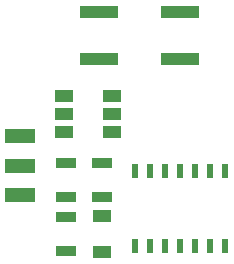
<source format=gtp>
G04 #@! TF.FileFunction,Paste,Top*
%FSLAX46Y46*%
G04 Gerber Fmt 4.6, Leading zero omitted, Abs format (unit mm)*
G04 Created by KiCad (PCBNEW 4.0.4-stable) date 02/09/17 18:50:02*
%MOMM*%
%LPD*%
G01*
G04 APERTURE LIST*
%ADD10C,0.100000*%
%ADD11R,1.500000X1.000000*%
%ADD12R,3.200000X1.000000*%
%ADD13R,2.500000X1.200000*%
%ADD14R,1.600000X1.000000*%
%ADD15R,0.508000X1.143000*%
%ADD16R,1.700000X0.900000*%
G04 APERTURE END LIST*
D10*
D11*
X207586000Y-91416000D03*
X207586000Y-89916000D03*
X207586000Y-88416000D03*
X203486000Y-88416000D03*
X203486000Y-89916000D03*
X203486000Y-91416000D03*
D12*
X206520000Y-81250000D03*
X206520000Y-85250000D03*
X213320000Y-85250000D03*
X213320000Y-81250000D03*
D13*
X199820000Y-91750000D03*
X199820000Y-94290000D03*
X199820000Y-96750000D03*
D14*
X206756000Y-101576000D03*
X206756000Y-98576000D03*
D15*
X217170000Y-94742000D03*
X215900000Y-94742000D03*
X214630000Y-94742000D03*
X213360000Y-94742000D03*
X212090000Y-94742000D03*
X210820000Y-94742000D03*
X209550000Y-94742000D03*
X209550000Y-101092000D03*
X210820000Y-101092000D03*
X213360000Y-101092000D03*
X214630000Y-101092000D03*
X215900000Y-101092000D03*
X217170000Y-101092000D03*
X212090000Y-101092000D03*
D16*
X206756000Y-94054000D03*
X206756000Y-96954000D03*
X203708000Y-94054000D03*
X203708000Y-96954000D03*
X203708000Y-101526000D03*
X203708000Y-98626000D03*
M02*

</source>
